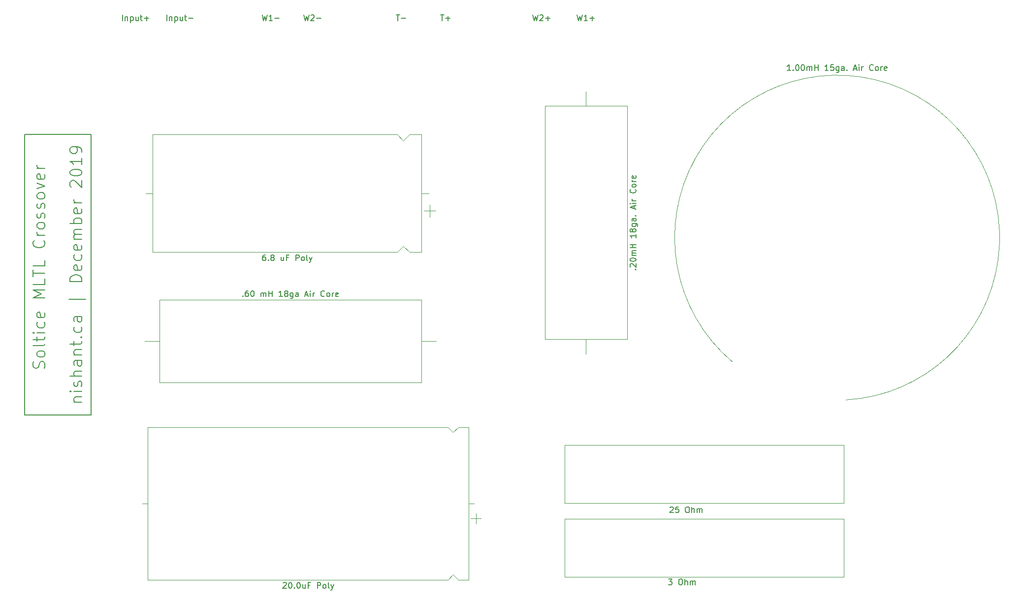
<source format=gbr>
G04 #@! TF.GenerationSoftware,KiCad,Pcbnew,(5.1.4)-1*
G04 #@! TF.CreationDate,2019-12-15T01:31:19-05:00*
G04 #@! TF.ProjectId,SolsticeXOver,536f6c73-7469-4636-9558-4f7665722e6b,rev?*
G04 #@! TF.SameCoordinates,Original*
G04 #@! TF.FileFunction,Legend,Top*
G04 #@! TF.FilePolarity,Positive*
%FSLAX46Y46*%
G04 Gerber Fmt 4.6, Leading zero omitted, Abs format (unit mm)*
G04 Created by KiCad (PCBNEW (5.1.4)-1) date 2019-12-15 01:31:19*
%MOMM*%
%LPD*%
G04 APERTURE LIST*
%ADD10C,0.153000*%
%ADD11C,0.203200*%
%ADD12C,0.120000*%
%ADD13C,0.150000*%
G04 APERTURE END LIST*
D10*
X60960000Y-60960000D02*
X60960000Y-109220000D01*
X49530000Y-60960000D02*
X60960000Y-60960000D01*
X49530000Y-109220000D02*
X49530000Y-60960000D01*
X60960000Y-109220000D02*
X49530000Y-109220000D01*
D11*
X52892476Y-101188761D02*
X52989238Y-100898476D01*
X52989238Y-100414666D01*
X52892476Y-100221142D01*
X52795714Y-100124380D01*
X52602190Y-100027619D01*
X52408666Y-100027619D01*
X52215142Y-100124380D01*
X52118380Y-100221142D01*
X52021619Y-100414666D01*
X51924857Y-100801714D01*
X51828095Y-100995238D01*
X51731333Y-101092000D01*
X51537809Y-101188761D01*
X51344285Y-101188761D01*
X51150761Y-101092000D01*
X51054000Y-100995238D01*
X50957238Y-100801714D01*
X50957238Y-100317904D01*
X51054000Y-100027619D01*
X52989238Y-98866476D02*
X52892476Y-99060000D01*
X52795714Y-99156761D01*
X52602190Y-99253523D01*
X52021619Y-99253523D01*
X51828095Y-99156761D01*
X51731333Y-99060000D01*
X51634571Y-98866476D01*
X51634571Y-98576190D01*
X51731333Y-98382666D01*
X51828095Y-98285904D01*
X52021619Y-98189142D01*
X52602190Y-98189142D01*
X52795714Y-98285904D01*
X52892476Y-98382666D01*
X52989238Y-98576190D01*
X52989238Y-98866476D01*
X52989238Y-97028000D02*
X52892476Y-97221523D01*
X52698952Y-97318285D01*
X50957238Y-97318285D01*
X51634571Y-96544190D02*
X51634571Y-95770095D01*
X50957238Y-96253904D02*
X52698952Y-96253904D01*
X52892476Y-96157142D01*
X52989238Y-95963619D01*
X52989238Y-95770095D01*
X52989238Y-95092761D02*
X51634571Y-95092761D01*
X50957238Y-95092761D02*
X51054000Y-95189523D01*
X51150761Y-95092761D01*
X51054000Y-94996000D01*
X50957238Y-95092761D01*
X51150761Y-95092761D01*
X52892476Y-93254285D02*
X52989238Y-93447809D01*
X52989238Y-93834857D01*
X52892476Y-94028380D01*
X52795714Y-94125142D01*
X52602190Y-94221904D01*
X52021619Y-94221904D01*
X51828095Y-94125142D01*
X51731333Y-94028380D01*
X51634571Y-93834857D01*
X51634571Y-93447809D01*
X51731333Y-93254285D01*
X52892476Y-91609333D02*
X52989238Y-91802857D01*
X52989238Y-92189904D01*
X52892476Y-92383428D01*
X52698952Y-92480190D01*
X51924857Y-92480190D01*
X51731333Y-92383428D01*
X51634571Y-92189904D01*
X51634571Y-91802857D01*
X51731333Y-91609333D01*
X51924857Y-91512571D01*
X52118380Y-91512571D01*
X52311904Y-92480190D01*
X52989238Y-89093523D02*
X50957238Y-89093523D01*
X52408666Y-88416190D01*
X50957238Y-87738857D01*
X52989238Y-87738857D01*
X52989238Y-85803619D02*
X52989238Y-86771238D01*
X50957238Y-86771238D01*
X50957238Y-85416571D02*
X50957238Y-84255428D01*
X52989238Y-84836000D02*
X50957238Y-84836000D01*
X52989238Y-82610476D02*
X52989238Y-83578095D01*
X50957238Y-83578095D01*
X52795714Y-79223809D02*
X52892476Y-79320571D01*
X52989238Y-79610857D01*
X52989238Y-79804380D01*
X52892476Y-80094666D01*
X52698952Y-80288190D01*
X52505428Y-80384952D01*
X52118380Y-80481714D01*
X51828095Y-80481714D01*
X51441047Y-80384952D01*
X51247523Y-80288190D01*
X51054000Y-80094666D01*
X50957238Y-79804380D01*
X50957238Y-79610857D01*
X51054000Y-79320571D01*
X51150761Y-79223809D01*
X52989238Y-78352952D02*
X51634571Y-78352952D01*
X52021619Y-78352952D02*
X51828095Y-78256190D01*
X51731333Y-78159428D01*
X51634571Y-77965904D01*
X51634571Y-77772380D01*
X52989238Y-76804761D02*
X52892476Y-76998285D01*
X52795714Y-77095047D01*
X52602190Y-77191809D01*
X52021619Y-77191809D01*
X51828095Y-77095047D01*
X51731333Y-76998285D01*
X51634571Y-76804761D01*
X51634571Y-76514476D01*
X51731333Y-76320952D01*
X51828095Y-76224190D01*
X52021619Y-76127428D01*
X52602190Y-76127428D01*
X52795714Y-76224190D01*
X52892476Y-76320952D01*
X52989238Y-76514476D01*
X52989238Y-76804761D01*
X52892476Y-75353333D02*
X52989238Y-75159809D01*
X52989238Y-74772761D01*
X52892476Y-74579238D01*
X52698952Y-74482476D01*
X52602190Y-74482476D01*
X52408666Y-74579238D01*
X52311904Y-74772761D01*
X52311904Y-75063047D01*
X52215142Y-75256571D01*
X52021619Y-75353333D01*
X51924857Y-75353333D01*
X51731333Y-75256571D01*
X51634571Y-75063047D01*
X51634571Y-74772761D01*
X51731333Y-74579238D01*
X52892476Y-73708380D02*
X52989238Y-73514857D01*
X52989238Y-73127809D01*
X52892476Y-72934285D01*
X52698952Y-72837523D01*
X52602190Y-72837523D01*
X52408666Y-72934285D01*
X52311904Y-73127809D01*
X52311904Y-73418095D01*
X52215142Y-73611619D01*
X52021619Y-73708380D01*
X51924857Y-73708380D01*
X51731333Y-73611619D01*
X51634571Y-73418095D01*
X51634571Y-73127809D01*
X51731333Y-72934285D01*
X52989238Y-71676380D02*
X52892476Y-71869904D01*
X52795714Y-71966666D01*
X52602190Y-72063428D01*
X52021619Y-72063428D01*
X51828095Y-71966666D01*
X51731333Y-71869904D01*
X51634571Y-71676380D01*
X51634571Y-71386095D01*
X51731333Y-71192571D01*
X51828095Y-71095809D01*
X52021619Y-70999047D01*
X52602190Y-70999047D01*
X52795714Y-71095809D01*
X52892476Y-71192571D01*
X52989238Y-71386095D01*
X52989238Y-71676380D01*
X51634571Y-70321714D02*
X52989238Y-69837904D01*
X51634571Y-69354095D01*
X52892476Y-67805904D02*
X52989238Y-67999428D01*
X52989238Y-68386476D01*
X52892476Y-68580000D01*
X52698952Y-68676761D01*
X51924857Y-68676761D01*
X51731333Y-68580000D01*
X51634571Y-68386476D01*
X51634571Y-67999428D01*
X51731333Y-67805904D01*
X51924857Y-67709142D01*
X52118380Y-67709142D01*
X52311904Y-68676761D01*
X52989238Y-66838285D02*
X51634571Y-66838285D01*
X52021619Y-66838285D02*
X51828095Y-66741523D01*
X51731333Y-66644761D01*
X51634571Y-66451238D01*
X51634571Y-66257714D01*
X57984571Y-107006571D02*
X59339238Y-107006571D01*
X58178095Y-107006571D02*
X58081333Y-106909809D01*
X57984571Y-106716285D01*
X57984571Y-106426000D01*
X58081333Y-106232476D01*
X58274857Y-106135714D01*
X59339238Y-106135714D01*
X59339238Y-105168095D02*
X57984571Y-105168095D01*
X57307238Y-105168095D02*
X57404000Y-105264857D01*
X57500761Y-105168095D01*
X57404000Y-105071333D01*
X57307238Y-105168095D01*
X57500761Y-105168095D01*
X59242476Y-104297238D02*
X59339238Y-104103714D01*
X59339238Y-103716666D01*
X59242476Y-103523142D01*
X59048952Y-103426380D01*
X58952190Y-103426380D01*
X58758666Y-103523142D01*
X58661904Y-103716666D01*
X58661904Y-104006952D01*
X58565142Y-104200476D01*
X58371619Y-104297238D01*
X58274857Y-104297238D01*
X58081333Y-104200476D01*
X57984571Y-104006952D01*
X57984571Y-103716666D01*
X58081333Y-103523142D01*
X59339238Y-102555523D02*
X57307238Y-102555523D01*
X59339238Y-101684666D02*
X58274857Y-101684666D01*
X58081333Y-101781428D01*
X57984571Y-101974952D01*
X57984571Y-102265238D01*
X58081333Y-102458761D01*
X58178095Y-102555523D01*
X59339238Y-99846190D02*
X58274857Y-99846190D01*
X58081333Y-99942952D01*
X57984571Y-100136476D01*
X57984571Y-100523523D01*
X58081333Y-100717047D01*
X59242476Y-99846190D02*
X59339238Y-100039714D01*
X59339238Y-100523523D01*
X59242476Y-100717047D01*
X59048952Y-100813809D01*
X58855428Y-100813809D01*
X58661904Y-100717047D01*
X58565142Y-100523523D01*
X58565142Y-100039714D01*
X58468380Y-99846190D01*
X57984571Y-98878571D02*
X59339238Y-98878571D01*
X58178095Y-98878571D02*
X58081333Y-98781809D01*
X57984571Y-98588285D01*
X57984571Y-98298000D01*
X58081333Y-98104476D01*
X58274857Y-98007714D01*
X59339238Y-98007714D01*
X57984571Y-97330380D02*
X57984571Y-96556285D01*
X57307238Y-97040095D02*
X59048952Y-97040095D01*
X59242476Y-96943333D01*
X59339238Y-96749809D01*
X59339238Y-96556285D01*
X59145714Y-95878952D02*
X59242476Y-95782190D01*
X59339238Y-95878952D01*
X59242476Y-95975714D01*
X59145714Y-95878952D01*
X59339238Y-95878952D01*
X59242476Y-94040476D02*
X59339238Y-94234000D01*
X59339238Y-94621047D01*
X59242476Y-94814571D01*
X59145714Y-94911333D01*
X58952190Y-95008095D01*
X58371619Y-95008095D01*
X58178095Y-94911333D01*
X58081333Y-94814571D01*
X57984571Y-94621047D01*
X57984571Y-94234000D01*
X58081333Y-94040476D01*
X59339238Y-92298761D02*
X58274857Y-92298761D01*
X58081333Y-92395523D01*
X57984571Y-92589047D01*
X57984571Y-92976095D01*
X58081333Y-93169619D01*
X59242476Y-92298761D02*
X59339238Y-92492285D01*
X59339238Y-92976095D01*
X59242476Y-93169619D01*
X59048952Y-93266380D01*
X58855428Y-93266380D01*
X58661904Y-93169619D01*
X58565142Y-92976095D01*
X58565142Y-92492285D01*
X58468380Y-92298761D01*
X60016571Y-89299142D02*
X57113714Y-89299142D01*
X59339238Y-86299523D02*
X57307238Y-86299523D01*
X57307238Y-85815714D01*
X57404000Y-85525428D01*
X57597523Y-85331904D01*
X57791047Y-85235142D01*
X58178095Y-85138380D01*
X58468380Y-85138380D01*
X58855428Y-85235142D01*
X59048952Y-85331904D01*
X59242476Y-85525428D01*
X59339238Y-85815714D01*
X59339238Y-86299523D01*
X59242476Y-83493428D02*
X59339238Y-83686952D01*
X59339238Y-84074000D01*
X59242476Y-84267523D01*
X59048952Y-84364285D01*
X58274857Y-84364285D01*
X58081333Y-84267523D01*
X57984571Y-84074000D01*
X57984571Y-83686952D01*
X58081333Y-83493428D01*
X58274857Y-83396666D01*
X58468380Y-83396666D01*
X58661904Y-84364285D01*
X59242476Y-81654952D02*
X59339238Y-81848476D01*
X59339238Y-82235523D01*
X59242476Y-82429047D01*
X59145714Y-82525809D01*
X58952190Y-82622571D01*
X58371619Y-82622571D01*
X58178095Y-82525809D01*
X58081333Y-82429047D01*
X57984571Y-82235523D01*
X57984571Y-81848476D01*
X58081333Y-81654952D01*
X59242476Y-80010000D02*
X59339238Y-80203523D01*
X59339238Y-80590571D01*
X59242476Y-80784095D01*
X59048952Y-80880857D01*
X58274857Y-80880857D01*
X58081333Y-80784095D01*
X57984571Y-80590571D01*
X57984571Y-80203523D01*
X58081333Y-80010000D01*
X58274857Y-79913238D01*
X58468380Y-79913238D01*
X58661904Y-80880857D01*
X59339238Y-79042380D02*
X57984571Y-79042380D01*
X58178095Y-79042380D02*
X58081333Y-78945619D01*
X57984571Y-78752095D01*
X57984571Y-78461809D01*
X58081333Y-78268285D01*
X58274857Y-78171523D01*
X59339238Y-78171523D01*
X58274857Y-78171523D02*
X58081333Y-78074761D01*
X57984571Y-77881238D01*
X57984571Y-77590952D01*
X58081333Y-77397428D01*
X58274857Y-77300666D01*
X59339238Y-77300666D01*
X59339238Y-76333047D02*
X57307238Y-76333047D01*
X58081333Y-76333047D02*
X57984571Y-76139523D01*
X57984571Y-75752476D01*
X58081333Y-75558952D01*
X58178095Y-75462190D01*
X58371619Y-75365428D01*
X58952190Y-75365428D01*
X59145714Y-75462190D01*
X59242476Y-75558952D01*
X59339238Y-75752476D01*
X59339238Y-76139523D01*
X59242476Y-76333047D01*
X59242476Y-73720476D02*
X59339238Y-73914000D01*
X59339238Y-74301047D01*
X59242476Y-74494571D01*
X59048952Y-74591333D01*
X58274857Y-74591333D01*
X58081333Y-74494571D01*
X57984571Y-74301047D01*
X57984571Y-73914000D01*
X58081333Y-73720476D01*
X58274857Y-73623714D01*
X58468380Y-73623714D01*
X58661904Y-74591333D01*
X59339238Y-72752857D02*
X57984571Y-72752857D01*
X58371619Y-72752857D02*
X58178095Y-72656095D01*
X58081333Y-72559333D01*
X57984571Y-72365809D01*
X57984571Y-72172285D01*
X57500761Y-70043523D02*
X57404000Y-69946761D01*
X57307238Y-69753238D01*
X57307238Y-69269428D01*
X57404000Y-69075904D01*
X57500761Y-68979142D01*
X57694285Y-68882380D01*
X57887809Y-68882380D01*
X58178095Y-68979142D01*
X59339238Y-70140285D01*
X59339238Y-68882380D01*
X57307238Y-67624476D02*
X57307238Y-67430952D01*
X57404000Y-67237428D01*
X57500761Y-67140666D01*
X57694285Y-67043904D01*
X58081333Y-66947142D01*
X58565142Y-66947142D01*
X58952190Y-67043904D01*
X59145714Y-67140666D01*
X59242476Y-67237428D01*
X59339238Y-67430952D01*
X59339238Y-67624476D01*
X59242476Y-67818000D01*
X59145714Y-67914761D01*
X58952190Y-68011523D01*
X58565142Y-68108285D01*
X58081333Y-68108285D01*
X57694285Y-68011523D01*
X57500761Y-67914761D01*
X57404000Y-67818000D01*
X57307238Y-67624476D01*
X59339238Y-65011904D02*
X59339238Y-66173047D01*
X59339238Y-65592476D02*
X57307238Y-65592476D01*
X57597523Y-65786000D01*
X57791047Y-65979523D01*
X57887809Y-66173047D01*
X59339238Y-64044285D02*
X59339238Y-63657238D01*
X59242476Y-63463714D01*
X59145714Y-63366952D01*
X58855428Y-63173428D01*
X58468380Y-63076666D01*
X57694285Y-63076666D01*
X57500761Y-63173428D01*
X57404000Y-63270190D01*
X57307238Y-63463714D01*
X57307238Y-63850761D01*
X57404000Y-64044285D01*
X57500761Y-64141047D01*
X57694285Y-64237809D01*
X58178095Y-64237809D01*
X58371619Y-64141047D01*
X58468380Y-64044285D01*
X58565142Y-63850761D01*
X58565142Y-63463714D01*
X58468380Y-63270190D01*
X58371619Y-63173428D01*
X58178095Y-63076666D01*
D12*
X171201883Y-100087304D02*
G75*
G02X190750000Y-106640000I18028117J21347304D01*
G01*
X153155000Y-56105000D02*
X138945000Y-56105000D01*
X138945000Y-56105000D02*
X138945000Y-96195000D01*
X138945000Y-96195000D02*
X153155000Y-96195000D01*
X153155000Y-96195000D02*
X153155000Y-56105000D01*
X146050000Y-53590000D02*
X146050000Y-56105000D01*
X146050000Y-98710000D02*
X146050000Y-96195000D01*
X142370000Y-137080000D02*
X142370000Y-127080000D01*
X190370000Y-137080000D02*
X190370000Y-127080000D01*
X190370000Y-127080000D02*
X142370000Y-127080000D01*
X190370000Y-137080000D02*
X142370000Y-137080000D01*
X190370000Y-114380000D02*
X190370000Y-124380000D01*
X142370000Y-114380000D02*
X142370000Y-124380000D01*
X142370000Y-124380000D02*
X190370000Y-124380000D01*
X142370000Y-114380000D02*
X190370000Y-114380000D01*
X120260000Y-96520000D02*
X117745000Y-96520000D01*
X70140000Y-96520000D02*
X72655000Y-96520000D01*
X117745000Y-89415000D02*
X72655000Y-89415000D01*
X117745000Y-103625000D02*
X117745000Y-89415000D01*
X72655000Y-103625000D02*
X117745000Y-103625000D01*
X72655000Y-89415000D02*
X72655000Y-103625000D01*
X120220000Y-74120000D02*
X118120000Y-74120000D01*
X119170000Y-75170000D02*
X119170000Y-73070000D01*
X117770000Y-81240000D02*
X117770000Y-61000000D01*
X71530000Y-81240000D02*
X71530000Y-61000000D01*
X117770000Y-81240000D02*
X115670000Y-81240000D01*
X115670000Y-81240000D02*
X114620000Y-80190000D01*
X114620000Y-80190000D02*
X113570000Y-81240000D01*
X113570000Y-81240000D02*
X71530000Y-81240000D01*
X117770000Y-61000000D02*
X115670000Y-61000000D01*
X115670000Y-61000000D02*
X114620000Y-62050000D01*
X114620000Y-62050000D02*
X113570000Y-61000000D01*
X113570000Y-61000000D02*
X71530000Y-61000000D01*
X119010000Y-71120000D02*
X117770000Y-71120000D01*
X70290000Y-71120000D02*
X71530000Y-71120000D01*
X127990000Y-127060000D02*
X126190000Y-127060000D01*
X127090000Y-127960000D02*
X127090000Y-126160000D01*
X125890000Y-137580000D02*
X125890000Y-111340000D01*
X70650000Y-137580000D02*
X70650000Y-111340000D01*
X125890000Y-137580000D02*
X124090000Y-137580000D01*
X124090000Y-137580000D02*
X123190000Y-136680000D01*
X123190000Y-136680000D02*
X122290000Y-137580000D01*
X122290000Y-137580000D02*
X70650000Y-137580000D01*
X125890000Y-111340000D02*
X124090000Y-111340000D01*
X124090000Y-111340000D02*
X123190000Y-112240000D01*
X123190000Y-112240000D02*
X122290000Y-111340000D01*
X122290000Y-111340000D02*
X70650000Y-111340000D01*
X126830000Y-124460000D02*
X125890000Y-124460000D01*
X69710000Y-124460000D02*
X70650000Y-124460000D01*
D13*
X181230000Y-49982380D02*
X180658571Y-49982380D01*
X180944285Y-49982380D02*
X180944285Y-48982380D01*
X180849047Y-49125238D01*
X180753809Y-49220476D01*
X180658571Y-49268095D01*
X181658571Y-49887142D02*
X181706190Y-49934761D01*
X181658571Y-49982380D01*
X181610952Y-49934761D01*
X181658571Y-49887142D01*
X181658571Y-49982380D01*
X182325238Y-48982380D02*
X182420476Y-48982380D01*
X182515714Y-49030000D01*
X182563333Y-49077619D01*
X182610952Y-49172857D01*
X182658571Y-49363333D01*
X182658571Y-49601428D01*
X182610952Y-49791904D01*
X182563333Y-49887142D01*
X182515714Y-49934761D01*
X182420476Y-49982380D01*
X182325238Y-49982380D01*
X182230000Y-49934761D01*
X182182380Y-49887142D01*
X182134761Y-49791904D01*
X182087142Y-49601428D01*
X182087142Y-49363333D01*
X182134761Y-49172857D01*
X182182380Y-49077619D01*
X182230000Y-49030000D01*
X182325238Y-48982380D01*
X183277619Y-48982380D02*
X183372857Y-48982380D01*
X183468095Y-49030000D01*
X183515714Y-49077619D01*
X183563333Y-49172857D01*
X183610952Y-49363333D01*
X183610952Y-49601428D01*
X183563333Y-49791904D01*
X183515714Y-49887142D01*
X183468095Y-49934761D01*
X183372857Y-49982380D01*
X183277619Y-49982380D01*
X183182380Y-49934761D01*
X183134761Y-49887142D01*
X183087142Y-49791904D01*
X183039523Y-49601428D01*
X183039523Y-49363333D01*
X183087142Y-49172857D01*
X183134761Y-49077619D01*
X183182380Y-49030000D01*
X183277619Y-48982380D01*
X184039523Y-49982380D02*
X184039523Y-49315714D01*
X184039523Y-49410952D02*
X184087142Y-49363333D01*
X184182380Y-49315714D01*
X184325238Y-49315714D01*
X184420476Y-49363333D01*
X184468095Y-49458571D01*
X184468095Y-49982380D01*
X184468095Y-49458571D02*
X184515714Y-49363333D01*
X184610952Y-49315714D01*
X184753809Y-49315714D01*
X184849047Y-49363333D01*
X184896666Y-49458571D01*
X184896666Y-49982380D01*
X185372857Y-49982380D02*
X185372857Y-48982380D01*
X185372857Y-49458571D02*
X185944285Y-49458571D01*
X185944285Y-49982380D02*
X185944285Y-48982380D01*
X187706190Y-49982380D02*
X187134761Y-49982380D01*
X187420476Y-49982380D02*
X187420476Y-48982380D01*
X187325238Y-49125238D01*
X187230000Y-49220476D01*
X187134761Y-49268095D01*
X188610952Y-48982380D02*
X188134761Y-48982380D01*
X188087142Y-49458571D01*
X188134761Y-49410952D01*
X188230000Y-49363333D01*
X188468095Y-49363333D01*
X188563333Y-49410952D01*
X188610952Y-49458571D01*
X188658571Y-49553809D01*
X188658571Y-49791904D01*
X188610952Y-49887142D01*
X188563333Y-49934761D01*
X188468095Y-49982380D01*
X188230000Y-49982380D01*
X188134761Y-49934761D01*
X188087142Y-49887142D01*
X189515714Y-49315714D02*
X189515714Y-50125238D01*
X189468095Y-50220476D01*
X189420476Y-50268095D01*
X189325238Y-50315714D01*
X189182380Y-50315714D01*
X189087142Y-50268095D01*
X189515714Y-49934761D02*
X189420476Y-49982380D01*
X189230000Y-49982380D01*
X189134761Y-49934761D01*
X189087142Y-49887142D01*
X189039523Y-49791904D01*
X189039523Y-49506190D01*
X189087142Y-49410952D01*
X189134761Y-49363333D01*
X189230000Y-49315714D01*
X189420476Y-49315714D01*
X189515714Y-49363333D01*
X190420476Y-49982380D02*
X190420476Y-49458571D01*
X190372857Y-49363333D01*
X190277619Y-49315714D01*
X190087142Y-49315714D01*
X189991904Y-49363333D01*
X190420476Y-49934761D02*
X190325238Y-49982380D01*
X190087142Y-49982380D01*
X189991904Y-49934761D01*
X189944285Y-49839523D01*
X189944285Y-49744285D01*
X189991904Y-49649047D01*
X190087142Y-49601428D01*
X190325238Y-49601428D01*
X190420476Y-49553809D01*
X190896666Y-49887142D02*
X190944285Y-49934761D01*
X190896666Y-49982380D01*
X190849047Y-49934761D01*
X190896666Y-49887142D01*
X190896666Y-49982380D01*
X192087142Y-49696666D02*
X192563333Y-49696666D01*
X191991904Y-49982380D02*
X192325238Y-48982380D01*
X192658571Y-49982380D01*
X192991904Y-49982380D02*
X192991904Y-49315714D01*
X192991904Y-48982380D02*
X192944285Y-49030000D01*
X192991904Y-49077619D01*
X193039523Y-49030000D01*
X192991904Y-48982380D01*
X192991904Y-49077619D01*
X193468095Y-49982380D02*
X193468095Y-49315714D01*
X193468095Y-49506190D02*
X193515714Y-49410952D01*
X193563333Y-49363333D01*
X193658571Y-49315714D01*
X193753809Y-49315714D01*
X195420476Y-49887142D02*
X195372857Y-49934761D01*
X195229999Y-49982380D01*
X195134761Y-49982380D01*
X194991904Y-49934761D01*
X194896666Y-49839523D01*
X194849047Y-49744285D01*
X194801428Y-49553809D01*
X194801428Y-49410952D01*
X194849047Y-49220476D01*
X194896666Y-49125238D01*
X194991904Y-49030000D01*
X195134761Y-48982380D01*
X195229999Y-48982380D01*
X195372857Y-49030000D01*
X195420476Y-49077619D01*
X195991904Y-49982380D02*
X195896666Y-49934761D01*
X195849047Y-49887142D01*
X195801428Y-49791904D01*
X195801428Y-49506190D01*
X195849047Y-49410952D01*
X195896666Y-49363333D01*
X195991904Y-49315714D01*
X196134761Y-49315714D01*
X196229999Y-49363333D01*
X196277619Y-49410952D01*
X196325238Y-49506190D01*
X196325238Y-49791904D01*
X196277619Y-49887142D01*
X196229999Y-49934761D01*
X196134761Y-49982380D01*
X195991904Y-49982380D01*
X196753809Y-49982380D02*
X196753809Y-49315714D01*
X196753809Y-49506190D02*
X196801428Y-49410952D01*
X196849047Y-49363333D01*
X196944285Y-49315714D01*
X197039523Y-49315714D01*
X197753809Y-49934761D02*
X197658571Y-49982380D01*
X197468095Y-49982380D01*
X197372857Y-49934761D01*
X197325238Y-49839523D01*
X197325238Y-49458571D01*
X197372857Y-49363333D01*
X197468095Y-49315714D01*
X197658571Y-49315714D01*
X197753809Y-49363333D01*
X197801428Y-49458571D01*
X197801428Y-49553809D01*
X197325238Y-49649047D01*
X154512142Y-84197619D02*
X154559761Y-84150000D01*
X154607380Y-84197619D01*
X154559761Y-84245238D01*
X154512142Y-84197619D01*
X154607380Y-84197619D01*
X153702619Y-83769047D02*
X153655000Y-83721428D01*
X153607380Y-83626190D01*
X153607380Y-83388095D01*
X153655000Y-83292857D01*
X153702619Y-83245238D01*
X153797857Y-83197619D01*
X153893095Y-83197619D01*
X154035952Y-83245238D01*
X154607380Y-83816666D01*
X154607380Y-83197619D01*
X153607380Y-82578571D02*
X153607380Y-82483333D01*
X153655000Y-82388095D01*
X153702619Y-82340476D01*
X153797857Y-82292857D01*
X153988333Y-82245238D01*
X154226428Y-82245238D01*
X154416904Y-82292857D01*
X154512142Y-82340476D01*
X154559761Y-82388095D01*
X154607380Y-82483333D01*
X154607380Y-82578571D01*
X154559761Y-82673809D01*
X154512142Y-82721428D01*
X154416904Y-82769047D01*
X154226428Y-82816666D01*
X153988333Y-82816666D01*
X153797857Y-82769047D01*
X153702619Y-82721428D01*
X153655000Y-82673809D01*
X153607380Y-82578571D01*
X154607380Y-81816666D02*
X153940714Y-81816666D01*
X154035952Y-81816666D02*
X153988333Y-81769047D01*
X153940714Y-81673809D01*
X153940714Y-81530952D01*
X153988333Y-81435714D01*
X154083571Y-81388095D01*
X154607380Y-81388095D01*
X154083571Y-81388095D02*
X153988333Y-81340476D01*
X153940714Y-81245238D01*
X153940714Y-81102380D01*
X153988333Y-81007142D01*
X154083571Y-80959523D01*
X154607380Y-80959523D01*
X154607380Y-80483333D02*
X153607380Y-80483333D01*
X154083571Y-80483333D02*
X154083571Y-79911904D01*
X154607380Y-79911904D02*
X153607380Y-79911904D01*
X154607380Y-78150000D02*
X154607380Y-78721428D01*
X154607380Y-78435714D02*
X153607380Y-78435714D01*
X153750238Y-78530952D01*
X153845476Y-78626190D01*
X153893095Y-78721428D01*
X154035952Y-77578571D02*
X153988333Y-77673809D01*
X153940714Y-77721428D01*
X153845476Y-77769047D01*
X153797857Y-77769047D01*
X153702619Y-77721428D01*
X153655000Y-77673809D01*
X153607380Y-77578571D01*
X153607380Y-77388095D01*
X153655000Y-77292857D01*
X153702619Y-77245238D01*
X153797857Y-77197619D01*
X153845476Y-77197619D01*
X153940714Y-77245238D01*
X153988333Y-77292857D01*
X154035952Y-77388095D01*
X154035952Y-77578571D01*
X154083571Y-77673809D01*
X154131190Y-77721428D01*
X154226428Y-77769047D01*
X154416904Y-77769047D01*
X154512142Y-77721428D01*
X154559761Y-77673809D01*
X154607380Y-77578571D01*
X154607380Y-77388095D01*
X154559761Y-77292857D01*
X154512142Y-77245238D01*
X154416904Y-77197619D01*
X154226428Y-77197619D01*
X154131190Y-77245238D01*
X154083571Y-77292857D01*
X154035952Y-77388095D01*
X153940714Y-76340476D02*
X154750238Y-76340476D01*
X154845476Y-76388095D01*
X154893095Y-76435714D01*
X154940714Y-76530952D01*
X154940714Y-76673809D01*
X154893095Y-76769047D01*
X154559761Y-76340476D02*
X154607380Y-76435714D01*
X154607380Y-76626190D01*
X154559761Y-76721428D01*
X154512142Y-76769047D01*
X154416904Y-76816666D01*
X154131190Y-76816666D01*
X154035952Y-76769047D01*
X153988333Y-76721428D01*
X153940714Y-76626190D01*
X153940714Y-76435714D01*
X153988333Y-76340476D01*
X154607380Y-75435714D02*
X154083571Y-75435714D01*
X153988333Y-75483333D01*
X153940714Y-75578571D01*
X153940714Y-75769047D01*
X153988333Y-75864285D01*
X154559761Y-75435714D02*
X154607380Y-75530952D01*
X154607380Y-75769047D01*
X154559761Y-75864285D01*
X154464523Y-75911904D01*
X154369285Y-75911904D01*
X154274047Y-75864285D01*
X154226428Y-75769047D01*
X154226428Y-75530952D01*
X154178809Y-75435714D01*
X154512142Y-74959523D02*
X154559761Y-74911904D01*
X154607380Y-74959523D01*
X154559761Y-75007142D01*
X154512142Y-74959523D01*
X154607380Y-74959523D01*
X154321666Y-73769047D02*
X154321666Y-73292857D01*
X154607380Y-73864285D02*
X153607380Y-73530952D01*
X154607380Y-73197619D01*
X154607380Y-72864285D02*
X153940714Y-72864285D01*
X153607380Y-72864285D02*
X153655000Y-72911904D01*
X153702619Y-72864285D01*
X153655000Y-72816666D01*
X153607380Y-72864285D01*
X153702619Y-72864285D01*
X154607380Y-72388095D02*
X153940714Y-72388095D01*
X154131190Y-72388095D02*
X154035952Y-72340476D01*
X153988333Y-72292857D01*
X153940714Y-72197619D01*
X153940714Y-72102380D01*
X154512142Y-70435714D02*
X154559761Y-70483333D01*
X154607380Y-70626190D01*
X154607380Y-70721428D01*
X154559761Y-70864285D01*
X154464523Y-70959523D01*
X154369285Y-71007142D01*
X154178809Y-71054761D01*
X154035952Y-71054761D01*
X153845476Y-71007142D01*
X153750238Y-70959523D01*
X153655000Y-70864285D01*
X153607380Y-70721428D01*
X153607380Y-70626190D01*
X153655000Y-70483333D01*
X153702619Y-70435714D01*
X154607380Y-69864285D02*
X154559761Y-69959523D01*
X154512142Y-70007142D01*
X154416904Y-70054761D01*
X154131190Y-70054761D01*
X154035952Y-70007142D01*
X153988333Y-69959523D01*
X153940714Y-69864285D01*
X153940714Y-69721428D01*
X153988333Y-69626190D01*
X154035952Y-69578571D01*
X154131190Y-69530952D01*
X154416904Y-69530952D01*
X154512142Y-69578571D01*
X154559761Y-69626190D01*
X154607380Y-69721428D01*
X154607380Y-69864285D01*
X154607380Y-69102380D02*
X153940714Y-69102380D01*
X154131190Y-69102380D02*
X154035952Y-69054761D01*
X153988333Y-69007142D01*
X153940714Y-68911904D01*
X153940714Y-68816666D01*
X154559761Y-68102380D02*
X154607380Y-68197619D01*
X154607380Y-68388095D01*
X154559761Y-68483333D01*
X154464523Y-68530952D01*
X154083571Y-68530952D01*
X153988333Y-68483333D01*
X153940714Y-68388095D01*
X153940714Y-68197619D01*
X153988333Y-68102380D01*
X154083571Y-68054761D01*
X154178809Y-68054761D01*
X154274047Y-68530952D01*
X160212857Y-137432380D02*
X160831904Y-137432380D01*
X160498571Y-137813333D01*
X160641428Y-137813333D01*
X160736666Y-137860952D01*
X160784285Y-137908571D01*
X160831904Y-138003809D01*
X160831904Y-138241904D01*
X160784285Y-138337142D01*
X160736666Y-138384761D01*
X160641428Y-138432380D01*
X160355714Y-138432380D01*
X160260476Y-138384761D01*
X160212857Y-138337142D01*
X162212857Y-137432380D02*
X162403333Y-137432380D01*
X162498571Y-137480000D01*
X162593809Y-137575238D01*
X162641428Y-137765714D01*
X162641428Y-138099047D01*
X162593809Y-138289523D01*
X162498571Y-138384761D01*
X162403333Y-138432380D01*
X162212857Y-138432380D01*
X162117619Y-138384761D01*
X162022380Y-138289523D01*
X161974761Y-138099047D01*
X161974761Y-137765714D01*
X162022380Y-137575238D01*
X162117619Y-137480000D01*
X162212857Y-137432380D01*
X163070000Y-138432380D02*
X163070000Y-137432380D01*
X163498571Y-138432380D02*
X163498571Y-137908571D01*
X163450952Y-137813333D01*
X163355714Y-137765714D01*
X163212857Y-137765714D01*
X163117619Y-137813333D01*
X163070000Y-137860952D01*
X163974761Y-138432380D02*
X163974761Y-137765714D01*
X163974761Y-137860952D02*
X164022380Y-137813333D01*
X164117619Y-137765714D01*
X164260476Y-137765714D01*
X164355714Y-137813333D01*
X164403333Y-137908571D01*
X164403333Y-138432380D01*
X164403333Y-137908571D02*
X164450952Y-137813333D01*
X164546190Y-137765714D01*
X164689047Y-137765714D01*
X164784285Y-137813333D01*
X164831904Y-137908571D01*
X164831904Y-138432380D01*
X160484285Y-125127619D02*
X160531904Y-125080000D01*
X160627142Y-125032380D01*
X160865238Y-125032380D01*
X160960476Y-125080000D01*
X161008095Y-125127619D01*
X161055714Y-125222857D01*
X161055714Y-125318095D01*
X161008095Y-125460952D01*
X160436666Y-126032380D01*
X161055714Y-126032380D01*
X161960476Y-125032380D02*
X161484285Y-125032380D01*
X161436666Y-125508571D01*
X161484285Y-125460952D01*
X161579523Y-125413333D01*
X161817619Y-125413333D01*
X161912857Y-125460952D01*
X161960476Y-125508571D01*
X162008095Y-125603809D01*
X162008095Y-125841904D01*
X161960476Y-125937142D01*
X161912857Y-125984761D01*
X161817619Y-126032380D01*
X161579523Y-126032380D01*
X161484285Y-125984761D01*
X161436666Y-125937142D01*
X163389047Y-125032380D02*
X163579523Y-125032380D01*
X163674761Y-125080000D01*
X163770000Y-125175238D01*
X163817619Y-125365714D01*
X163817619Y-125699047D01*
X163770000Y-125889523D01*
X163674761Y-125984761D01*
X163579523Y-126032380D01*
X163389047Y-126032380D01*
X163293809Y-125984761D01*
X163198571Y-125889523D01*
X163150952Y-125699047D01*
X163150952Y-125365714D01*
X163198571Y-125175238D01*
X163293809Y-125080000D01*
X163389047Y-125032380D01*
X164246190Y-126032380D02*
X164246190Y-125032380D01*
X164674761Y-126032380D02*
X164674761Y-125508571D01*
X164627142Y-125413333D01*
X164531904Y-125365714D01*
X164389047Y-125365714D01*
X164293809Y-125413333D01*
X164246190Y-125460952D01*
X165150952Y-126032380D02*
X165150952Y-125365714D01*
X165150952Y-125460952D02*
X165198571Y-125413333D01*
X165293809Y-125365714D01*
X165436666Y-125365714D01*
X165531904Y-125413333D01*
X165579523Y-125508571D01*
X165579523Y-126032380D01*
X165579523Y-125508571D02*
X165627142Y-125413333D01*
X165722380Y-125365714D01*
X165865238Y-125365714D01*
X165960476Y-125413333D01*
X166008095Y-125508571D01*
X166008095Y-126032380D01*
X87009523Y-88772142D02*
X87057142Y-88819761D01*
X87009523Y-88867380D01*
X86961904Y-88819761D01*
X87009523Y-88772142D01*
X87009523Y-88867380D01*
X87914285Y-87867380D02*
X87723809Y-87867380D01*
X87628571Y-87915000D01*
X87580952Y-87962619D01*
X87485714Y-88105476D01*
X87438095Y-88295952D01*
X87438095Y-88676904D01*
X87485714Y-88772142D01*
X87533333Y-88819761D01*
X87628571Y-88867380D01*
X87819047Y-88867380D01*
X87914285Y-88819761D01*
X87961904Y-88772142D01*
X88009523Y-88676904D01*
X88009523Y-88438809D01*
X87961904Y-88343571D01*
X87914285Y-88295952D01*
X87819047Y-88248333D01*
X87628571Y-88248333D01*
X87533333Y-88295952D01*
X87485714Y-88343571D01*
X87438095Y-88438809D01*
X88628571Y-87867380D02*
X88723809Y-87867380D01*
X88819047Y-87915000D01*
X88866666Y-87962619D01*
X88914285Y-88057857D01*
X88961904Y-88248333D01*
X88961904Y-88486428D01*
X88914285Y-88676904D01*
X88866666Y-88772142D01*
X88819047Y-88819761D01*
X88723809Y-88867380D01*
X88628571Y-88867380D01*
X88533333Y-88819761D01*
X88485714Y-88772142D01*
X88438095Y-88676904D01*
X88390476Y-88486428D01*
X88390476Y-88248333D01*
X88438095Y-88057857D01*
X88485714Y-87962619D01*
X88533333Y-87915000D01*
X88628571Y-87867380D01*
X90152380Y-88867380D02*
X90152380Y-88200714D01*
X90152380Y-88295952D02*
X90200000Y-88248333D01*
X90295238Y-88200714D01*
X90438095Y-88200714D01*
X90533333Y-88248333D01*
X90580952Y-88343571D01*
X90580952Y-88867380D01*
X90580952Y-88343571D02*
X90628571Y-88248333D01*
X90723809Y-88200714D01*
X90866666Y-88200714D01*
X90961904Y-88248333D01*
X91009523Y-88343571D01*
X91009523Y-88867380D01*
X91485714Y-88867380D02*
X91485714Y-87867380D01*
X91485714Y-88343571D02*
X92057142Y-88343571D01*
X92057142Y-88867380D02*
X92057142Y-87867380D01*
X93819047Y-88867380D02*
X93247619Y-88867380D01*
X93533333Y-88867380D02*
X93533333Y-87867380D01*
X93438095Y-88010238D01*
X93342857Y-88105476D01*
X93247619Y-88153095D01*
X94390476Y-88295952D02*
X94295238Y-88248333D01*
X94247619Y-88200714D01*
X94200000Y-88105476D01*
X94200000Y-88057857D01*
X94247619Y-87962619D01*
X94295238Y-87915000D01*
X94390476Y-87867380D01*
X94580952Y-87867380D01*
X94676190Y-87915000D01*
X94723809Y-87962619D01*
X94771428Y-88057857D01*
X94771428Y-88105476D01*
X94723809Y-88200714D01*
X94676190Y-88248333D01*
X94580952Y-88295952D01*
X94390476Y-88295952D01*
X94295238Y-88343571D01*
X94247619Y-88391190D01*
X94200000Y-88486428D01*
X94200000Y-88676904D01*
X94247619Y-88772142D01*
X94295238Y-88819761D01*
X94390476Y-88867380D01*
X94580952Y-88867380D01*
X94676190Y-88819761D01*
X94723809Y-88772142D01*
X94771428Y-88676904D01*
X94771428Y-88486428D01*
X94723809Y-88391190D01*
X94676190Y-88343571D01*
X94580952Y-88295952D01*
X95628571Y-88200714D02*
X95628571Y-89010238D01*
X95580952Y-89105476D01*
X95533333Y-89153095D01*
X95438095Y-89200714D01*
X95295238Y-89200714D01*
X95200000Y-89153095D01*
X95628571Y-88819761D02*
X95533333Y-88867380D01*
X95342857Y-88867380D01*
X95247619Y-88819761D01*
X95200000Y-88772142D01*
X95152380Y-88676904D01*
X95152380Y-88391190D01*
X95200000Y-88295952D01*
X95247619Y-88248333D01*
X95342857Y-88200714D01*
X95533333Y-88200714D01*
X95628571Y-88248333D01*
X96533333Y-88867380D02*
X96533333Y-88343571D01*
X96485714Y-88248333D01*
X96390476Y-88200714D01*
X96200000Y-88200714D01*
X96104761Y-88248333D01*
X96533333Y-88819761D02*
X96438095Y-88867380D01*
X96200000Y-88867380D01*
X96104761Y-88819761D01*
X96057142Y-88724523D01*
X96057142Y-88629285D01*
X96104761Y-88534047D01*
X96200000Y-88486428D01*
X96438095Y-88486428D01*
X96533333Y-88438809D01*
X97723809Y-88581666D02*
X98200000Y-88581666D01*
X97628571Y-88867380D02*
X97961904Y-87867380D01*
X98295238Y-88867380D01*
X98628571Y-88867380D02*
X98628571Y-88200714D01*
X98628571Y-87867380D02*
X98580952Y-87915000D01*
X98628571Y-87962619D01*
X98676190Y-87915000D01*
X98628571Y-87867380D01*
X98628571Y-87962619D01*
X99104761Y-88867380D02*
X99104761Y-88200714D01*
X99104761Y-88391190D02*
X99152380Y-88295952D01*
X99200000Y-88248333D01*
X99295238Y-88200714D01*
X99390476Y-88200714D01*
X101057142Y-88772142D02*
X101009523Y-88819761D01*
X100866666Y-88867380D01*
X100771428Y-88867380D01*
X100628571Y-88819761D01*
X100533333Y-88724523D01*
X100485714Y-88629285D01*
X100438095Y-88438809D01*
X100438095Y-88295952D01*
X100485714Y-88105476D01*
X100533333Y-88010238D01*
X100628571Y-87915000D01*
X100771428Y-87867380D01*
X100866666Y-87867380D01*
X101009523Y-87915000D01*
X101057142Y-87962619D01*
X101628571Y-88867380D02*
X101533333Y-88819761D01*
X101485714Y-88772142D01*
X101438095Y-88676904D01*
X101438095Y-88391190D01*
X101485714Y-88295952D01*
X101533333Y-88248333D01*
X101628571Y-88200714D01*
X101771428Y-88200714D01*
X101866666Y-88248333D01*
X101914285Y-88295952D01*
X101961904Y-88391190D01*
X101961904Y-88676904D01*
X101914285Y-88772142D01*
X101866666Y-88819761D01*
X101771428Y-88867380D01*
X101628571Y-88867380D01*
X102390476Y-88867380D02*
X102390476Y-88200714D01*
X102390476Y-88391190D02*
X102438095Y-88295952D01*
X102485714Y-88248333D01*
X102580952Y-88200714D01*
X102676190Y-88200714D01*
X103390476Y-88819761D02*
X103295238Y-88867380D01*
X103104761Y-88867380D01*
X103009523Y-88819761D01*
X102961904Y-88724523D01*
X102961904Y-88343571D01*
X103009523Y-88248333D01*
X103104761Y-88200714D01*
X103295238Y-88200714D01*
X103390476Y-88248333D01*
X103438095Y-88343571D01*
X103438095Y-88438809D01*
X102961904Y-88534047D01*
X90888095Y-81692380D02*
X90697619Y-81692380D01*
X90602380Y-81740000D01*
X90554761Y-81787619D01*
X90459523Y-81930476D01*
X90411904Y-82120952D01*
X90411904Y-82501904D01*
X90459523Y-82597142D01*
X90507142Y-82644761D01*
X90602380Y-82692380D01*
X90792857Y-82692380D01*
X90888095Y-82644761D01*
X90935714Y-82597142D01*
X90983333Y-82501904D01*
X90983333Y-82263809D01*
X90935714Y-82168571D01*
X90888095Y-82120952D01*
X90792857Y-82073333D01*
X90602380Y-82073333D01*
X90507142Y-82120952D01*
X90459523Y-82168571D01*
X90411904Y-82263809D01*
X91411904Y-82597142D02*
X91459523Y-82644761D01*
X91411904Y-82692380D01*
X91364285Y-82644761D01*
X91411904Y-82597142D01*
X91411904Y-82692380D01*
X92030952Y-82120952D02*
X91935714Y-82073333D01*
X91888095Y-82025714D01*
X91840476Y-81930476D01*
X91840476Y-81882857D01*
X91888095Y-81787619D01*
X91935714Y-81740000D01*
X92030952Y-81692380D01*
X92221428Y-81692380D01*
X92316666Y-81740000D01*
X92364285Y-81787619D01*
X92411904Y-81882857D01*
X92411904Y-81930476D01*
X92364285Y-82025714D01*
X92316666Y-82073333D01*
X92221428Y-82120952D01*
X92030952Y-82120952D01*
X91935714Y-82168571D01*
X91888095Y-82216190D01*
X91840476Y-82311428D01*
X91840476Y-82501904D01*
X91888095Y-82597142D01*
X91935714Y-82644761D01*
X92030952Y-82692380D01*
X92221428Y-82692380D01*
X92316666Y-82644761D01*
X92364285Y-82597142D01*
X92411904Y-82501904D01*
X92411904Y-82311428D01*
X92364285Y-82216190D01*
X92316666Y-82168571D01*
X92221428Y-82120952D01*
X94030952Y-82025714D02*
X94030952Y-82692380D01*
X93602380Y-82025714D02*
X93602380Y-82549523D01*
X93650000Y-82644761D01*
X93745238Y-82692380D01*
X93888095Y-82692380D01*
X93983333Y-82644761D01*
X94030952Y-82597142D01*
X94840476Y-82168571D02*
X94507142Y-82168571D01*
X94507142Y-82692380D02*
X94507142Y-81692380D01*
X94983333Y-81692380D01*
X96126190Y-82692380D02*
X96126190Y-81692380D01*
X96507142Y-81692380D01*
X96602380Y-81740000D01*
X96650000Y-81787619D01*
X96697619Y-81882857D01*
X96697619Y-82025714D01*
X96650000Y-82120952D01*
X96602380Y-82168571D01*
X96507142Y-82216190D01*
X96126190Y-82216190D01*
X97269047Y-82692380D02*
X97173809Y-82644761D01*
X97126190Y-82597142D01*
X97078571Y-82501904D01*
X97078571Y-82216190D01*
X97126190Y-82120952D01*
X97173809Y-82073333D01*
X97269047Y-82025714D01*
X97411904Y-82025714D01*
X97507142Y-82073333D01*
X97554761Y-82120952D01*
X97602380Y-82216190D01*
X97602380Y-82501904D01*
X97554761Y-82597142D01*
X97507142Y-82644761D01*
X97411904Y-82692380D01*
X97269047Y-82692380D01*
X98173809Y-82692380D02*
X98078571Y-82644761D01*
X98030952Y-82549523D01*
X98030952Y-81692380D01*
X98459523Y-82025714D02*
X98697619Y-82692380D01*
X98935714Y-82025714D02*
X98697619Y-82692380D01*
X98602380Y-82930476D01*
X98554761Y-82978095D01*
X98459523Y-83025714D01*
X93936666Y-138127619D02*
X93984285Y-138080000D01*
X94079523Y-138032380D01*
X94317619Y-138032380D01*
X94412857Y-138080000D01*
X94460476Y-138127619D01*
X94508095Y-138222857D01*
X94508095Y-138318095D01*
X94460476Y-138460952D01*
X93889047Y-139032380D01*
X94508095Y-139032380D01*
X95127142Y-138032380D02*
X95222380Y-138032380D01*
X95317619Y-138080000D01*
X95365238Y-138127619D01*
X95412857Y-138222857D01*
X95460476Y-138413333D01*
X95460476Y-138651428D01*
X95412857Y-138841904D01*
X95365238Y-138937142D01*
X95317619Y-138984761D01*
X95222380Y-139032380D01*
X95127142Y-139032380D01*
X95031904Y-138984761D01*
X94984285Y-138937142D01*
X94936666Y-138841904D01*
X94889047Y-138651428D01*
X94889047Y-138413333D01*
X94936666Y-138222857D01*
X94984285Y-138127619D01*
X95031904Y-138080000D01*
X95127142Y-138032380D01*
X95889047Y-138937142D02*
X95936666Y-138984761D01*
X95889047Y-139032380D01*
X95841428Y-138984761D01*
X95889047Y-138937142D01*
X95889047Y-139032380D01*
X96555714Y-138032380D02*
X96650952Y-138032380D01*
X96746190Y-138080000D01*
X96793809Y-138127619D01*
X96841428Y-138222857D01*
X96889047Y-138413333D01*
X96889047Y-138651428D01*
X96841428Y-138841904D01*
X96793809Y-138937142D01*
X96746190Y-138984761D01*
X96650952Y-139032380D01*
X96555714Y-139032380D01*
X96460476Y-138984761D01*
X96412857Y-138937142D01*
X96365238Y-138841904D01*
X96317619Y-138651428D01*
X96317619Y-138413333D01*
X96365238Y-138222857D01*
X96412857Y-138127619D01*
X96460476Y-138080000D01*
X96555714Y-138032380D01*
X97746190Y-138365714D02*
X97746190Y-139032380D01*
X97317619Y-138365714D02*
X97317619Y-138889523D01*
X97365238Y-138984761D01*
X97460476Y-139032380D01*
X97603333Y-139032380D01*
X97698571Y-138984761D01*
X97746190Y-138937142D01*
X98555714Y-138508571D02*
X98222380Y-138508571D01*
X98222380Y-139032380D02*
X98222380Y-138032380D01*
X98698571Y-138032380D01*
X99841428Y-139032380D02*
X99841428Y-138032380D01*
X100222380Y-138032380D01*
X100317619Y-138080000D01*
X100365238Y-138127619D01*
X100412857Y-138222857D01*
X100412857Y-138365714D01*
X100365238Y-138460952D01*
X100317619Y-138508571D01*
X100222380Y-138556190D01*
X99841428Y-138556190D01*
X100984285Y-139032380D02*
X100889047Y-138984761D01*
X100841428Y-138937142D01*
X100793809Y-138841904D01*
X100793809Y-138556190D01*
X100841428Y-138460952D01*
X100889047Y-138413333D01*
X100984285Y-138365714D01*
X101127142Y-138365714D01*
X101222380Y-138413333D01*
X101270000Y-138460952D01*
X101317619Y-138556190D01*
X101317619Y-138841904D01*
X101270000Y-138937142D01*
X101222380Y-138984761D01*
X101127142Y-139032380D01*
X100984285Y-139032380D01*
X101889047Y-139032380D02*
X101793809Y-138984761D01*
X101746190Y-138889523D01*
X101746190Y-138032380D01*
X102174761Y-138365714D02*
X102412857Y-139032380D01*
X102650952Y-138365714D02*
X102412857Y-139032380D01*
X102317619Y-139270476D01*
X102270000Y-139318095D01*
X102174761Y-139365714D01*
X66318095Y-41402380D02*
X66318095Y-40402380D01*
X66794285Y-40735714D02*
X66794285Y-41402380D01*
X66794285Y-40830952D02*
X66841904Y-40783333D01*
X66937142Y-40735714D01*
X67080000Y-40735714D01*
X67175238Y-40783333D01*
X67222857Y-40878571D01*
X67222857Y-41402380D01*
X67699047Y-40735714D02*
X67699047Y-41735714D01*
X67699047Y-40783333D02*
X67794285Y-40735714D01*
X67984761Y-40735714D01*
X68080000Y-40783333D01*
X68127619Y-40830952D01*
X68175238Y-40926190D01*
X68175238Y-41211904D01*
X68127619Y-41307142D01*
X68080000Y-41354761D01*
X67984761Y-41402380D01*
X67794285Y-41402380D01*
X67699047Y-41354761D01*
X69032380Y-40735714D02*
X69032380Y-41402380D01*
X68603809Y-40735714D02*
X68603809Y-41259523D01*
X68651428Y-41354761D01*
X68746666Y-41402380D01*
X68889523Y-41402380D01*
X68984761Y-41354761D01*
X69032380Y-41307142D01*
X69365714Y-40735714D02*
X69746666Y-40735714D01*
X69508571Y-40402380D02*
X69508571Y-41259523D01*
X69556190Y-41354761D01*
X69651428Y-41402380D01*
X69746666Y-41402380D01*
X70080000Y-41021428D02*
X70841904Y-41021428D01*
X70460952Y-41402380D02*
X70460952Y-40640476D01*
X73938095Y-41402380D02*
X73938095Y-40402380D01*
X74414285Y-40735714D02*
X74414285Y-41402380D01*
X74414285Y-40830952D02*
X74461904Y-40783333D01*
X74557142Y-40735714D01*
X74700000Y-40735714D01*
X74795238Y-40783333D01*
X74842857Y-40878571D01*
X74842857Y-41402380D01*
X75319047Y-40735714D02*
X75319047Y-41735714D01*
X75319047Y-40783333D02*
X75414285Y-40735714D01*
X75604761Y-40735714D01*
X75700000Y-40783333D01*
X75747619Y-40830952D01*
X75795238Y-40926190D01*
X75795238Y-41211904D01*
X75747619Y-41307142D01*
X75700000Y-41354761D01*
X75604761Y-41402380D01*
X75414285Y-41402380D01*
X75319047Y-41354761D01*
X76652380Y-40735714D02*
X76652380Y-41402380D01*
X76223809Y-40735714D02*
X76223809Y-41259523D01*
X76271428Y-41354761D01*
X76366666Y-41402380D01*
X76509523Y-41402380D01*
X76604761Y-41354761D01*
X76652380Y-41307142D01*
X76985714Y-40735714D02*
X77366666Y-40735714D01*
X77128571Y-40402380D02*
X77128571Y-41259523D01*
X77176190Y-41354761D01*
X77271428Y-41402380D01*
X77366666Y-41402380D01*
X77700000Y-41021428D02*
X78461904Y-41021428D01*
X144526190Y-40402380D02*
X144764285Y-41402380D01*
X144954761Y-40688095D01*
X145145238Y-41402380D01*
X145383333Y-40402380D01*
X146288095Y-41402380D02*
X145716666Y-41402380D01*
X146002380Y-41402380D02*
X146002380Y-40402380D01*
X145907142Y-40545238D01*
X145811904Y-40640476D01*
X145716666Y-40688095D01*
X146716666Y-41021428D02*
X147478571Y-41021428D01*
X147097619Y-41402380D02*
X147097619Y-40640476D01*
X90351191Y-40407381D02*
X90589286Y-41407381D01*
X90779762Y-40693096D01*
X90970239Y-41407381D01*
X91208334Y-40407381D01*
X92113096Y-41407381D02*
X91541667Y-41407381D01*
X91827381Y-41407381D02*
X91827381Y-40407381D01*
X91732143Y-40550239D01*
X91636905Y-40645477D01*
X91541667Y-40693096D01*
X92541667Y-41026429D02*
X93303572Y-41026429D01*
X136906190Y-40402380D02*
X137144285Y-41402380D01*
X137334761Y-40688095D01*
X137525238Y-41402380D01*
X137763333Y-40402380D01*
X138096666Y-40497619D02*
X138144285Y-40450000D01*
X138239523Y-40402380D01*
X138477619Y-40402380D01*
X138572857Y-40450000D01*
X138620476Y-40497619D01*
X138668095Y-40592857D01*
X138668095Y-40688095D01*
X138620476Y-40830952D01*
X138049047Y-41402380D01*
X138668095Y-41402380D01*
X139096666Y-41021428D02*
X139858571Y-41021428D01*
X139477619Y-41402380D02*
X139477619Y-40640476D01*
X97536190Y-40402380D02*
X97774285Y-41402380D01*
X97964761Y-40688095D01*
X98155238Y-41402380D01*
X98393333Y-40402380D01*
X98726666Y-40497619D02*
X98774285Y-40450000D01*
X98869523Y-40402380D01*
X99107619Y-40402380D01*
X99202857Y-40450000D01*
X99250476Y-40497619D01*
X99298095Y-40592857D01*
X99298095Y-40688095D01*
X99250476Y-40830952D01*
X98679047Y-41402380D01*
X99298095Y-41402380D01*
X99726666Y-41021428D02*
X100488571Y-41021428D01*
X121015238Y-40402380D02*
X121586666Y-40402380D01*
X121300952Y-41402380D02*
X121300952Y-40402380D01*
X121920000Y-41021428D02*
X122681904Y-41021428D01*
X122300952Y-41402380D02*
X122300952Y-40640476D01*
X113395238Y-40392380D02*
X113966666Y-40392380D01*
X113680952Y-41392380D02*
X113680952Y-40392380D01*
X114300000Y-41011428D02*
X115061904Y-41011428D01*
M02*

</source>
